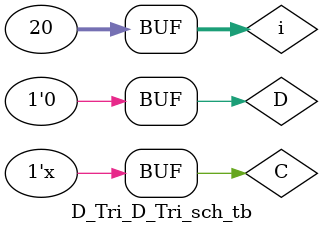
<source format=v>

`timescale 1ns / 1ps

module D_Tri_D_Tri_sch_tb();

// Inputs
   reg C;
   reg D;

// Output
   wire Q;
   wire Qn;

// Bidirs

// Instantiate the UUT
   D_Tri UUT (
		.C(C), 
		.D(D), 
		.Q(Q), 
		.Qn(Qn)
   );
// Initialize Inputs
   integer i; 
	initial begin
	C = 0;
	D = 0;
	#115;
	D = 1;
	#20;
	D = 0;
	#220;
	D = 1;
	#20;
	D = 0;
	#70;
	D = 1;
	#20;
	D = 0;
	#130;
	D = 1;
	#20;
	D = 0;
	#80;
	end
	
	always@*
		for(i=0; i<20; i=i+1)begin
			#50; 
			C<=~C; 
		end
endmodule

</source>
